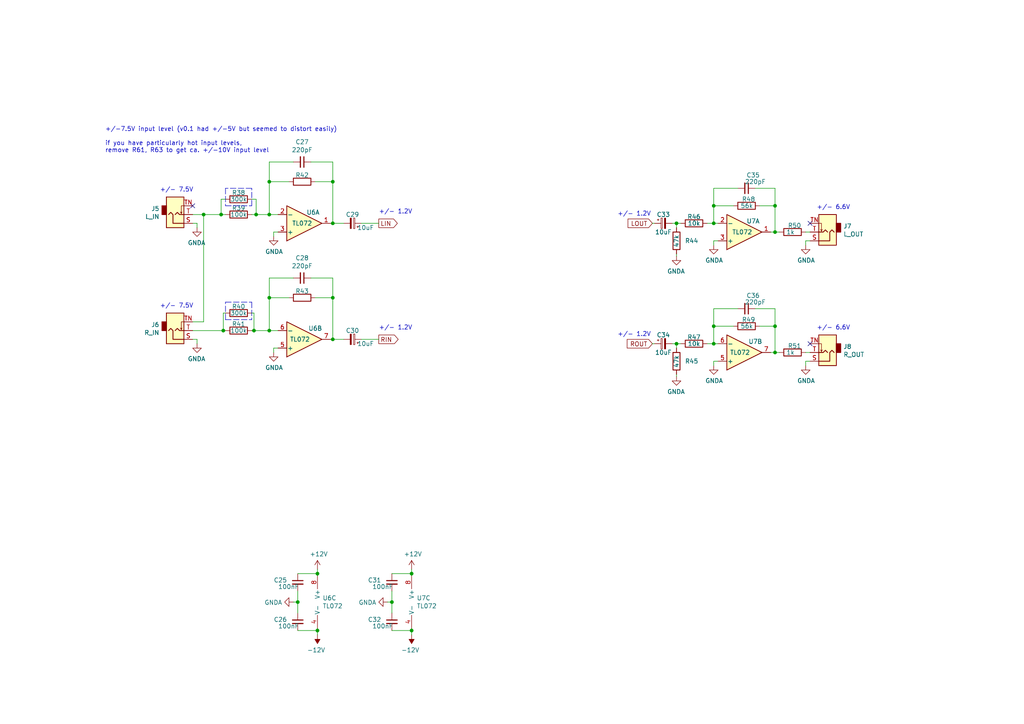
<source format=kicad_sch>
(kicad_sch (version 20211123) (generator eeschema)
  (paper "A4")
  (lib_symbols
    (symbol "Amplifier_Operational:TL072" (pin_names (offset 0.127))
      (property "Reference" "U" (at 0 5.08 0))
      (property "Value" "TL072" (at 0 -5.08 0))
      (symbol "TL072_1_1"
        (polyline (pts (xy -5.08 5.08) (xy 5.08 0) (xy -5.08 -5.08) (xy -5.08 5.08)) (stroke (width 0.254)) (fill (type background)))
        (pin output line (at 7.62 0 180) (length 2.54) (name "~") (number "1"))
        (pin input line (at -7.62 -2.54 0) (length 2.54) (name "-") (number "2"))
        (pin input line (at -7.62 2.54 0) (length 2.54) (name "+") (number "3"))
      )
      (symbol "TL072_2_1"
        (polyline (pts (xy -5.08 5.08) (xy 5.08 0) (xy -5.08 -5.08) (xy -5.08 5.08)) (stroke (width 0.254)) (fill (type background)))
        (pin input line (at -7.62 2.54 0) (length 2.54) (name "+") (number "5"))
        (pin input line (at -7.62 -2.54 0) (length 2.54) (name "-") (number "6"))
        (pin output line (at 7.62 0 180) (length 2.54) (name "~") (number "7"))
      )
      (symbol "TL072_3_1"
        (pin power_in line (at -2.54 -7.62 90) (length 3.81) (name "V-") (number "4"))
        (pin power_in line (at -2.54 7.62 270) (length 3.81) (name "V+") (number "8"))
      )
    )
    (symbol "Connector:AudioJack2_SwitchT"
      (property "Reference" "J" (at 0 8.89 0))
      (property "Value" "AudioJack2_SwitchT" (at 0 6.35 0))
      (symbol "AudioJack2_SwitchT_0_1"
        (rectangle (start -2.54 0) (end -3.81 -2.54) (stroke (width 0.254)) (fill (type outline)))
        (polyline (pts (xy 1.778 -0.254) (xy 2.032 -0.762)))
        (polyline (pts (xy 0 0) (xy 0.635 -0.635) (xy 1.27 0) (xy 2.54 0)) (stroke (width 0.254)))
        (polyline (pts (xy 2.54 -2.54) (xy 1.778 -2.54) (xy 1.778 -0.254) (xy 1.524 -0.762)))
        (polyline (pts (xy 2.54 2.54) (xy -0.635 2.54) (xy -0.635 0) (xy -1.27 -0.635) (xy -1.905 0)) (stroke (width 0.254)))
        (rectangle (start 2.54 3.81) (end -2.54 -5.08) (stroke (width 0.254)) (fill (type background)))
      )
      (symbol "AudioJack2_SwitchT_1_1"
        (pin passive line (at 5.08 2.54 180) (length 2.54) (name "~") (number "S"))
        (pin passive line (at 5.08 0 180) (length 2.54) (name "~") (number "T"))
        (pin passive line (at 5.08 -2.54 180) (length 2.54) (name "~") (number "TN"))
      )
    )
    (symbol "Device:C_Polarized_Small" (pin_numbers hide) (pin_names (offset 0.254) hide)
      (property "Reference" "C" (at 0.254 1.778 0))
      (property "Value" "C_Polarized_Small" (at 0.254 -2.032 0))
      (symbol "C_Polarized_Small_0_1"
        (rectangle (start -1.524 -0.3048) (end 1.524 -0.6858) (fill (type outline)))
        (rectangle (start -1.524 0.6858) (end 1.524 0.3048))
        (polyline (pts (xy -1.27 1.524) (xy -0.762 1.524)))
        (polyline (pts (xy -1.016 1.27) (xy -1.016 1.778)))
      )
      (symbol "C_Polarized_Small_1_1"
        (pin passive line (at 0 2.54 270) (length 1.8542) (name "~") (number "1"))
        (pin passive line (at 0 -2.54 90) (length 1.8542) (name "~") (number "2"))
      )
    )
    (symbol "Device:C_Small" (pin_numbers hide) (pin_names (offset 0.254) hide)
      (property "Reference" "C" (at 0.254 1.778 0))
      (property "Value" "C_Small" (at 0.254 -2.032 0))
      (symbol "C_Small_0_1"
        (polyline (pts (xy -1.524 -0.508) (xy 1.524 -0.508)) (stroke (width 0.3302)))
        (polyline (pts (xy -1.524 0.508) (xy 1.524 0.508)) (stroke (width 0.3048)))
      )
      (symbol "C_Small_1_1"
        (pin passive line (at 0 2.54 270) (length 2.032) (name "~") (number "1"))
        (pin passive line (at 0 -2.54 90) (length 2.032) (name "~") (number "2"))
      )
    )
    (symbol "Device:R" (pin_numbers hide) (pin_names (offset 0))
      (property "Reference" "R" (at 2.032 0 90))
      (property "Value" "R" (at 0 0 90))
      (symbol "R_0_1"
        (rectangle (start -1.016 -2.54) (end 1.016 2.54) (stroke (width 0.254)))
      )
      (symbol "R_1_1"
        (pin passive line (at 0 3.81 270) (length 1.27) (name "~") (number "1"))
        (pin passive line (at 0 -3.81 90) (length 1.27) (name "~") (number "2"))
      )
    )
    (symbol "power:+12V" (power) (pin_names (offset 0))
      (property "Value" "+12V" (at 0 3.556 0))
      (symbol "+12V_0_1"
        (polyline (pts (xy -0.762 1.27) (xy 0 2.54)))
        (polyline (pts (xy 0 0) (xy 0 2.54)))
        (polyline (pts (xy 0 2.54) (xy 0.762 1.27)))
      )
      (symbol "+12V_1_1"
        (pin power_in line (at 0 0 90) (length 0) hide (name "+12V") (number "1"))
      )
    )
    (symbol "power:-12V" (power) (pin_names (offset 0))
      (property "Value" "-12V" (at 0 3.81 0))
      (symbol "-12V_0_0"
        (pin power_in line (at 0 0 90) (length 0) hide (name "-12V") (number "1"))
      )
      (symbol "-12V_0_1"
        (polyline (pts (xy 0 0) (xy 0 1.27) (xy 0.762 1.27) (xy 0 2.54) (xy -0.762 1.27) (xy 0 1.27)) (fill (type outline)))
      )
    )
    (symbol "power:GNDA" (power) (pin_names (offset 0))
      (property "Value" "GNDA" (at 0 -3.81 0))
      (symbol "GNDA_0_1"
        (polyline (pts (xy 0 0) (xy 0 -1.27) (xy 1.27 -1.27) (xy 0 -2.54) (xy -1.27 -1.27) (xy 0 -1.27)))
      )
      (symbol "GNDA_1_1"
        (pin power_in line (at 0 0 270) (length 0) hide (name "GNDA") (number "1"))
      )
    )
  )
  (junction (at 78.105 86.36))
  (junction (at 196.215 99.695))
  (junction (at 78.105 62.23))
  (junction (at 96.52 52.705))
  (junction (at 207.01 94.615))
  (junction (at 96.52 64.77))
  (junction (at 73.66 95.885))
  (junction (at 96.52 98.425))
  (junction (at 224.79 67.31))
  (junction (at 119.38 166.37))
  (junction (at 74.295 62.23))
  (junction (at 78.105 95.885))
  (junction (at 96.52 86.36))
  (junction (at 113.665 174.625))
  (junction (at 207.01 59.69))
  (junction (at 64.135 62.23))
  (junction (at 59.055 62.23))
  (junction (at 119.38 182.88))
  (junction (at 196.215 64.77))
  (junction (at 64.77 95.885))
  (junction (at 207.01 99.695))
  (junction (at 92.075 182.88))
  (junction (at 207.01 64.77))
  (junction (at 86.36 174.625))
  (junction (at 224.79 102.235))
  (junction (at 224.79 94.615))
  (junction (at 224.79 59.69))
  (junction (at 92.075 166.37))
  (junction (at 78.105 52.705))
  (no_connect (at 55.88 59.69))
  (no_connect (at 234.95 99.695))
  (no_connect (at 234.95 64.77))
  (wire (pts (xy 233.68 69.85) (xy 234.95 69.85)))
  (wire (pts (xy 207.01 54.61) (xy 213.995 54.61)))
  (wire (pts (xy 92.075 182.245) (xy 92.075 182.88)))
  (wire (pts (xy 64.135 62.23) (xy 65.405 62.23)))
  (polyline (pts (xy 65.405 59.69) (xy 73.025 59.69)))
  (wire (pts (xy 95.885 64.77) (xy 96.52 64.77)))
  (wire (pts (xy 224.79 67.31) (xy 223.52 67.31)))
  (wire (pts (xy 57.15 99.695) (xy 57.15 98.425)))
  (wire (pts (xy 91.44 52.705) (xy 96.52 52.705)))
  (wire (pts (xy 119.38 182.88) (xy 113.665 182.88)))
  (wire (pts (xy 96.52 80.645) (xy 96.52 86.36)))
  (wire (pts (xy 78.105 62.23) (xy 74.295 62.23)))
  (polyline (pts (xy 65.405 54.61) (xy 65.405 59.69)))
  (wire (pts (xy 79.375 102.235) (xy 79.375 100.965)))
  (wire (pts (xy 207.01 64.77) (xy 205.105 64.77)))
  (wire (pts (xy 78.105 95.885) (xy 80.645 95.885)))
  (polyline (pts (xy 73.025 54.61) (xy 65.405 54.61)))
  (wire (pts (xy 92.075 165.1) (xy 92.075 166.37)))
  (wire (pts (xy 91.44 86.36) (xy 96.52 86.36)))
  (wire (pts (xy 78.105 80.645) (xy 78.105 86.36)))
  (wire (pts (xy 86.36 174.625) (xy 86.36 171.45)))
  (wire (pts (xy 78.105 86.36) (xy 78.105 95.885)))
  (wire (pts (xy 208.28 64.77) (xy 207.01 64.77)))
  (wire (pts (xy 109.855 64.77) (xy 104.775 64.77)))
  (wire (pts (xy 59.055 62.23) (xy 59.055 93.345)))
  (wire (pts (xy 85.09 174.625) (xy 86.36 174.625)))
  (wire (pts (xy 95.885 98.425) (xy 96.52 98.425)))
  (wire (pts (xy 197.485 64.77) (xy 196.215 64.77)))
  (wire (pts (xy 96.52 86.36) (xy 96.52 98.425)))
  (wire (pts (xy 196.215 64.77) (xy 196.215 66.04)))
  (wire (pts (xy 109.855 98.425) (xy 104.775 98.425)))
  (wire (pts (xy 224.79 89.535) (xy 224.79 94.615)))
  (wire (pts (xy 207.01 106.045) (xy 207.01 104.775)))
  (wire (pts (xy 65.405 90.805) (xy 64.77 90.805)))
  (wire (pts (xy 233.68 71.12) (xy 233.68 69.85)))
  (wire (pts (xy 119.38 184.15) (xy 119.38 182.88)))
  (wire (pts (xy 92.075 184.15) (xy 92.075 182.88)))
  (wire (pts (xy 119.38 182.245) (xy 119.38 182.88)))
  (wire (pts (xy 207.01 94.615) (xy 207.01 89.535)))
  (wire (pts (xy 78.105 52.705) (xy 78.105 62.23)))
  (wire (pts (xy 224.79 54.61) (xy 224.79 59.69)))
  (wire (pts (xy 196.215 73.66) (xy 196.215 74.295)))
  (wire (pts (xy 233.68 104.775) (xy 234.95 104.775)))
  (wire (pts (xy 57.15 64.77) (xy 55.88 64.77)))
  (polyline (pts (xy 73.025 59.69) (xy 73.025 54.61)))
  (wire (pts (xy 207.01 99.695) (xy 207.01 94.615)))
  (wire (pts (xy 79.375 67.31) (xy 80.645 67.31)))
  (wire (pts (xy 86.36 177.8) (xy 86.36 174.625)))
  (wire (pts (xy 207.01 69.85) (xy 208.28 69.85)))
  (wire (pts (xy 74.295 62.23) (xy 73.025 62.23)))
  (wire (pts (xy 224.79 94.615) (xy 224.79 102.235)))
  (wire (pts (xy 207.01 59.69) (xy 207.01 54.61)))
  (wire (pts (xy 78.105 46.99) (xy 85.09 46.99)))
  (wire (pts (xy 112.395 174.625) (xy 113.665 174.625)))
  (wire (pts (xy 73.66 95.885) (xy 73.025 95.885)))
  (wire (pts (xy 194.945 64.77) (xy 196.215 64.77)))
  (wire (pts (xy 207.01 89.535) (xy 213.995 89.535)))
  (wire (pts (xy 224.79 59.69) (xy 224.79 67.31)))
  (wire (pts (xy 113.665 166.37) (xy 119.38 166.37)))
  (wire (pts (xy 57.15 98.425) (xy 55.88 98.425)))
  (wire (pts (xy 207.01 59.69) (xy 212.725 59.69)))
  (wire (pts (xy 207.01 104.775) (xy 208.28 104.775)))
  (wire (pts (xy 73.025 57.785) (xy 74.295 57.785)))
  (wire (pts (xy 57.15 66.04) (xy 57.15 64.77)))
  (wire (pts (xy 73.025 90.805) (xy 73.66 90.805)))
  (wire (pts (xy 78.105 52.705) (xy 78.105 46.99)))
  (wire (pts (xy 78.105 62.23) (xy 80.645 62.23)))
  (wire (pts (xy 78.105 80.645) (xy 85.09 80.645)))
  (wire (pts (xy 224.79 102.235) (xy 226.06 102.235)))
  (wire (pts (xy 90.17 80.645) (xy 96.52 80.645)))
  (polyline (pts (xy 65.405 92.71) (xy 65.405 87.63)))
  (wire (pts (xy 86.36 166.37) (xy 92.075 166.37)))
  (wire (pts (xy 219.075 89.535) (xy 224.79 89.535)))
  (wire (pts (xy 96.52 46.99) (xy 96.52 52.705)))
  (wire (pts (xy 78.105 95.885) (xy 73.66 95.885)))
  (wire (pts (xy 189.865 99.695) (xy 189.23 99.695)))
  (wire (pts (xy 224.79 102.235) (xy 223.52 102.235)))
  (wire (pts (xy 59.055 62.23) (xy 64.135 62.23)))
  (wire (pts (xy 207.01 71.12) (xy 207.01 69.85)))
  (wire (pts (xy 74.295 57.785) (xy 74.295 62.23)))
  (polyline (pts (xy 73.025 87.63) (xy 73.025 92.71)))
  (wire (pts (xy 196.215 108.585) (xy 196.215 109.22)))
  (wire (pts (xy 55.88 95.885) (xy 64.77 95.885)))
  (wire (pts (xy 207.01 64.77) (xy 207.01 59.69)))
  (polyline (pts (xy 65.405 87.63) (xy 73.025 87.63)))
  (wire (pts (xy 90.17 46.99) (xy 96.52 46.99)))
  (wire (pts (xy 194.945 99.695) (xy 196.215 99.695)))
  (wire (pts (xy 92.075 166.37) (xy 92.075 167.005)))
  (wire (pts (xy 189.865 64.77) (xy 189.23 64.77)))
  (wire (pts (xy 83.82 52.705) (xy 78.105 52.705)))
  (wire (pts (xy 197.485 99.695) (xy 196.215 99.695)))
  (wire (pts (xy 92.075 182.88) (xy 86.36 182.88)))
  (wire (pts (xy 196.215 99.695) (xy 196.215 100.965)))
  (wire (pts (xy 220.345 59.69) (xy 224.79 59.69)))
  (wire (pts (xy 99.695 98.425) (xy 96.52 98.425)))
  (wire (pts (xy 79.375 68.58) (xy 79.375 67.31)))
  (wire (pts (xy 64.77 90.805) (xy 64.77 95.885)))
  (wire (pts (xy 99.695 64.77) (xy 96.52 64.77)))
  (wire (pts (xy 224.79 67.31) (xy 226.06 67.31)))
  (wire (pts (xy 64.77 95.885) (xy 65.405 95.885)))
  (wire (pts (xy 220.345 94.615) (xy 224.79 94.615)))
  (wire (pts (xy 64.135 57.785) (xy 64.135 62.23)))
  (wire (pts (xy 233.68 106.045) (xy 233.68 104.775)))
  (wire (pts (xy 79.375 100.965) (xy 80.645 100.965)))
  (wire (pts (xy 233.68 102.235) (xy 234.95 102.235)))
  (wire (pts (xy 119.38 165.1) (xy 119.38 166.37)))
  (wire (pts (xy 219.075 54.61) (xy 224.79 54.61)))
  (wire (pts (xy 65.405 57.785) (xy 64.135 57.785)))
  (wire (pts (xy 119.38 166.37) (xy 119.38 167.005)))
  (wire (pts (xy 59.055 93.345) (xy 55.88 93.345)))
  (wire (pts (xy 83.82 86.36) (xy 78.105 86.36)))
  (wire (pts (xy 233.68 67.31) (xy 234.95 67.31)))
  (wire (pts (xy 113.665 177.8) (xy 113.665 174.625)))
  (wire (pts (xy 55.88 62.23) (xy 59.055 62.23)))
  (wire (pts (xy 207.01 94.615) (xy 212.725 94.615)))
  (wire (pts (xy 113.665 174.625) (xy 113.665 171.45)))
  (polyline (pts (xy 65.405 92.71) (xy 73.025 92.71)))
  (wire (pts (xy 73.66 90.805) (xy 73.66 95.885)))
  (wire (pts (xy 207.01 99.695) (xy 205.105 99.695)))
  (wire (pts (xy 96.52 52.705) (xy 96.52 64.77)))
  (wire (pts (xy 208.28 99.695) (xy 207.01 99.695)))
  (text "+/- 7.5V" (at 46.355 55.88 0) (effects (font (size 1.27 1.27)) (justify left bottom)))
  (text "+/-7.5V input level (v0.1 had +/-5V but seemed to distort easily)\n\nif you have particularly hot input levels,\nremove R61, R63 to get ca. +/-10V input level" (at 30.48 44.45 0) (effects (font (size 1.27 1.27)) (justify left bottom)))
  (text "+/- 1.2V" (at 179.07 97.79 0) (effects (font (size 1.27 1.27)) (justify left bottom)))
  (text "+/- 1.2V" (at 179.07 62.865 0) (effects (font (size 1.27 1.27)) (justify left bottom)))
  (text "+/- 7.5V" (at 46.355 89.535 0) (effects (font (size 1.27 1.27)) (justify left bottom)))
  (text "+/- 6.6V" (at 236.855 95.885 0) (effects (font (size 1.27 1.27)) (justify left bottom)))
  (text "+/- 1.2V" (at 109.855 62.23 0) (effects (font (size 1.27 1.27)) (justify left bottom)))
  (text "+/- 6.6V" (at 236.855 60.96 0) (effects (font (size 1.27 1.27)) (justify left bottom)))
  (text "+/- 1.2V" (at 109.855 95.885 0) (effects (font (size 1.27 1.27)) (justify left bottom)))
  (global_label "RIN" (shape output) (at 109.855 98.425 0) (property "Intersheet References" "${INTERSHEET_REFS}" (effects hide)))
  (global_label "LIN" (shape output) (at 109.855 64.77 0) (property "Intersheet References" "${INTERSHEET_REFS}" (effects hide)))
  (global_label "LOUT" (shape input) (at 189.23 64.77 180) (property "Intersheet References" "${INTERSHEET_REFS}" (effects hide)))
  (global_label "ROUT" (shape input) (at 189.23 99.695 180) (property "Intersheet References" "${INTERSHEET_REFS}" (effects hide)))
  (symbol (lib_id "Amplifier_Operational:TL072") (at 88.265 98.425 0) (mirror x) (unit 2)
    (property "Reference" "U6" (at 91.44 95.25 0))
    (property "Value" "TL072" (at 86.995 98.425 0))
    (property "Datasheet" "http://www.ti.com/lit/ds/symlink/tl071.pdf" (effects hide))
    (property "LCSC" "C6961" (effects hide))
  )
  (symbol (lib_id "Device:R") (at 69.215 90.805 90) (mirror x) (unit 1)
    (property "Reference" "R40" (at 69.215 88.9 90))
    (property "Value" "300k" (at 69.215 90.805 90))
    (property "LCSC" "C25803" (effects hide))
  )
  (symbol (lib_id "Device:R") (at 69.215 57.785 90) (mirror x) (unit 1)
    (property "Reference" "R38" (at 69.215 55.88 90))
    (property "Value" "300k" (at 69.215 57.785 90))
    (property "LCSC" "C25803" (effects hide))
  )
  (symbol (lib_id "Device:C_Small") (at 87.63 46.99 270) (unit 1)
    (property "Reference" "C27" (at 87.63 41.1734 90))
    (property "Value" "220pF" (at 87.63 43.4848 90))
    (property "LCSC" "C1603" (effects hide))
  )
  (symbol (lib_id "Device:C_Small") (at 87.63 80.645 270) (unit 1)
    (property "Reference" "C28" (at 87.63 74.8284 90))
    (property "Value" "220pF" (at 87.63 77.1398 90))
    (property "LCSC" "C1603" (effects hide))
  )
  (symbol (lib_id "Amplifier_Operational:TL072") (at 94.615 174.625 0) (unit 3)
    (property "Reference" "U6" (at 93.5482 173.4566 0) (effects (justify left)))
    (property "Value" "TL072" (at 93.5482 175.768 0) (effects (justify left)))
    (property "Datasheet" "http://www.ti.com/lit/ds/symlink/tl071.pdf" (effects hide))
    (property "LCSC" "C6961" (effects hide))
  )
  (symbol (lib_id "Device:C_Small") (at 86.36 168.91 0) (unit 1)
    (property "Reference" "C25" (at 79.375 168.275 0) (effects (justify left)))
    (property "Value" "100nF" (at 80.645 170.18 0) (effects (justify left)))
    (property "LCSC" "C14663" (effects hide))
  )
  (symbol (lib_id "power:+12V") (at 92.075 165.1 0) (unit 1)
    (property "Reference" "#PWR065" (effects hide))
    (property "Value" "+12V" (at 92.456 160.7058 0))
  )
  (symbol (lib_id "power:-12V") (at 92.075 184.15 180) (unit 1)
    (property "Reference" "#PWR066" (effects hide))
    (property "Value" "-12V" (at 91.694 188.5442 0))
  )
  (symbol (lib_id "Amplifier_Operational:TL072") (at 121.92 174.625 0) (unit 3)
    (property "Reference" "U7" (at 120.8532 173.4566 0) (effects (justify left)))
    (property "Value" "TL072" (at 120.8532 175.768 0) (effects (justify left)))
    (property "Datasheet" "http://www.ti.com/lit/ds/symlink/tl071.pdf" (effects hide))
    (property "LCSC" "C6961" (effects hide))
  )
  (symbol (lib_id "Device:C_Small") (at 86.36 180.34 0) (unit 1)
    (property "Reference" "C26" (at 79.375 179.705 0) (effects (justify left)))
    (property "Value" "100nF" (at 80.645 181.61 0) (effects (justify left)))
    (property "LCSC" "C14663" (effects hide))
  )
  (symbol (lib_id "power:+12V") (at 119.38 165.1 0) (unit 1)
    (property "Reference" "#PWR068" (effects hide))
    (property "Value" "+12V" (at 119.761 160.7058 0))
  )
  (symbol (lib_id "power:-12V") (at 119.38 184.15 180) (unit 1)
    (property "Reference" "#PWR069" (effects hide))
    (property "Value" "-12V" (at 118.999 188.5442 0))
  )
  (symbol (lib_id "power:GNDA") (at 85.09 174.625 270) (unit 1)
    (property "Reference" "#PWR064" (effects hide))
    (property "Value" "GNDA" (at 81.8642 174.752 90) (effects (justify right)))
  )
  (symbol (lib_id "Device:C_Small") (at 113.665 168.91 0) (unit 1)
    (property "Reference" "C31" (at 106.68 168.275 0) (effects (justify left)))
    (property "Value" "100nF" (at 107.95 170.18 0) (effects (justify left)))
    (property "LCSC" "C14663" (effects hide))
  )
  (symbol (lib_id "Device:C_Small") (at 113.665 180.34 0) (unit 1)
    (property "Reference" "C32" (at 106.68 179.705 0) (effects (justify left)))
    (property "Value" "100nF" (at 107.95 181.61 0) (effects (justify left)))
    (property "LCSC" "C14663" (effects hide))
  )
  (symbol (lib_id "power:GNDA") (at 112.395 174.625 270) (unit 1)
    (property "Reference" "#PWR067" (effects hide))
    (property "Value" "GNDA" (at 109.1692 174.752 90) (effects (justify right)))
  )
  (symbol (lib_id "Device:C_Polarized_Small") (at 102.235 64.77 270) (mirror x) (unit 1)
    (property "Reference" "C29" (at 102.235 62.23 90))
    (property "Value" "10uF" (at 106.045 66.04 90))
    (property "Footprint" "Capacitor_SMD:CP_Elec_4x5.4" (effects hide))
    (property "LCSC" "C249817" (effects hide))
  )
  (symbol (lib_id "power:GNDA") (at 196.215 74.295 0) (mirror y) (unit 1)
    (property "Reference" "#PWR070" (effects hide))
    (property "Value" "GNDA" (at 196.088 78.6892 0))
  )
  (symbol (lib_id "Device:R") (at 196.215 69.85 0) (mirror y) (unit 1)
    (property "Reference" "R44" (at 202.565 69.85 0) (effects (justify left)))
    (property "Value" "47k" (at 196.215 71.755 90) (effects (justify left)))
    (property "LCSC" "C25819" (effects hide))
  )
  (symbol (lib_id "Device:C_Polarized_Small") (at 192.405 64.77 90) (mirror x) (unit 1)
    (property "Reference" "C33" (at 192.405 62.23 90))
    (property "Value" "10uF" (at 192.405 67.31 90))
    (property "Footprint" "Capacitor_SMD:CP_Elec_4x5.4" (effects hide))
    (property "LCSC" "C249817" (effects hide))
  )
  (symbol (lib_id "Device:R") (at 201.295 64.77 90) (mirror x) (unit 1)
    (property "Reference" "R46" (at 201.295 62.865 90))
    (property "Value" "10k" (at 201.295 64.77 90))
    (property "LCSC" "C25804" (effects hide))
  )
  (symbol (lib_id "Amplifier_Operational:TL072") (at 215.9 67.31 0) (mirror x) (unit 1)
    (property "Reference" "U7" (at 218.44 64.135 0))
    (property "Value" "TL072" (at 215.265 67.31 0))
    (property "Datasheet" "http://www.ti.com/lit/ds/symlink/tl071.pdf" (effects hide))
    (property "LCSC" "C6961" (effects hide))
  )
  (symbol (lib_id "Device:R") (at 216.535 59.69 90) (mirror x) (unit 1)
    (property "Reference" "R48" (at 219.075 57.785 90) (effects (justify left)))
    (property "Value" "56k" (at 218.44 59.69 90) (effects (justify left)))
    (property "LCSC" "C23206" (effects hide))
  )
  (symbol (lib_id "power:GNDA") (at 207.01 71.12 0) (unit 1)
    (property "Reference" "#PWR072" (effects hide))
    (property "Value" "GNDA" (at 207.137 75.5142 0))
  )
  (symbol (lib_id "Device:R") (at 229.87 67.31 90) (mirror x) (unit 1)
    (property "Reference" "R50" (at 232.41 65.405 90) (effects (justify left)))
    (property "Value" "1k" (at 230.505 67.31 90) (effects (justify left)))
    (property "LCSC" "C21190" (effects hide))
  )
  (symbol (lib_id "Device:C_Small") (at 216.535 54.61 270) (unit 1)
    (property "Reference" "C35" (at 218.44 50.8 90))
    (property "Value" "220pF" (at 219.075 52.705 90))
    (property "LCSC" "C1603" (effects hide))
  )
  (symbol (lib_id "power:GNDA") (at 233.68 71.12 0) (unit 1)
    (property "Reference" "#PWR074" (effects hide))
    (property "Value" "GNDA" (at 233.807 75.5142 0))
  )
  (symbol (lib_id "Connector:AudioJack2_SwitchT") (at 240.03 67.31 180) (unit 1)
    (property "Reference" "J7" (at 244.602 65.6082 0) (effects (justify right)))
    (property "Value" "L_OUT" (at 244.602 67.9196 0) (effects (justify right)))
    (property "Footprint" "foots:WQP-PJ301M" (effects hide))
    (property "LCSC" "-" (effects hide))
  )
  (symbol (lib_id "power:GNDA") (at 196.215 109.22 0) (mirror y) (unit 1)
    (property "Reference" "#PWR071" (effects hide))
    (property "Value" "GNDA" (at 196.088 113.6142 0))
  )
  (symbol (lib_id "Device:R") (at 196.215 104.775 0) (mirror y) (unit 1)
    (property "Reference" "R45" (at 202.565 104.775 0) (effects (justify left)))
    (property "Value" "47k" (at 196.215 106.68 90) (effects (justify left)))
    (property "LCSC" "C25819" (effects hide))
  )
  (symbol (lib_id "Device:C_Polarized_Small") (at 192.405 99.695 90) (mirror x) (unit 1)
    (property "Reference" "C34" (at 192.405 97.155 90))
    (property "Value" "10uF" (at 192.405 102.235 90))
    (property "Footprint" "Capacitor_SMD:CP_Elec_4x5.4" (effects hide))
    (property "LCSC" "C249817" (effects hide))
  )
  (symbol (lib_id "Device:R") (at 201.295 99.695 90) (mirror x) (unit 1)
    (property "Reference" "R47" (at 201.295 97.79 90))
    (property "Value" "10k" (at 201.295 99.695 90))
    (property "LCSC" "C25804" (effects hide))
  )
  (symbol (lib_id "Device:R") (at 216.535 94.615 90) (mirror x) (unit 1)
    (property "Reference" "R49" (at 219.075 92.71 90) (effects (justify left)))
    (property "Value" "56k" (at 218.44 94.615 90) (effects (justify left)))
    (property "LCSC" "C23206" (effects hide))
  )
  (symbol (lib_id "power:GNDA") (at 207.01 106.045 0) (unit 1)
    (property "Reference" "#PWR073" (effects hide))
    (property "Value" "GNDA" (at 207.137 110.4392 0))
  )
  (symbol (lib_id "Device:R") (at 229.87 102.235 90) (mirror x) (unit 1)
    (property "Reference" "R51" (at 232.41 100.33 90) (effects (justify left)))
    (property "Value" "1k" (at 230.505 102.235 90) (effects (justify left)))
    (property "LCSC" "C21190" (effects hide))
  )
  (symbol (lib_id "Device:C_Small") (at 216.535 89.535 270) (unit 1)
    (property "Reference" "C36" (at 218.44 85.725 90))
    (property "Value" "220pF" (at 219.075 87.63 90))
    (property "LCSC" "C1603" (effects hide))
  )
  (symbol (lib_id "power:GNDA") (at 233.68 106.045 0) (unit 1)
    (property "Reference" "#PWR075" (effects hide))
    (property "Value" "GNDA" (at 233.807 110.4392 0))
  )
  (symbol (lib_id "Connector:AudioJack2_SwitchT") (at 240.03 102.235 180) (unit 1)
    (property "Reference" "J8" (at 244.602 100.5332 0) (effects (justify right)))
    (property "Value" "R_OUT" (at 244.602 102.8446 0) (effects (justify right)))
    (property "Footprint" "foots:WQP-PJ301M" (effects hide))
    (property "LCSC" "-" (effects hide))
  )
  (symbol (lib_id "Amplifier_Operational:TL072") (at 215.9 102.235 0) (mirror x) (unit 2)
    (property "Reference" "U7" (at 219.075 99.06 0))
    (property "Value" "TL072" (at 214.63 102.235 0))
    (property "Datasheet" "http://www.ti.com/lit/ds/symlink/tl071.pdf" (effects hide))
    (property "LCSC" "C6961" (effects hide))
  )
  (symbol (lib_id "power:GNDA") (at 57.15 66.04 0) (mirror y) (unit 1)
    (property "Reference" "#PWR060" (effects hide))
    (property "Value" "GNDA" (at 57.023 70.4342 0))
  )
  (symbol (lib_id "Connector:AudioJack2_SwitchT") (at 50.8 62.23 0) (mirror x) (unit 1)
    (property "Reference" "J5" (at 46.2534 60.5282 0) (effects (justify right)))
    (property "Value" "L_IN" (at 46.2534 62.8396 0) (effects (justify right)))
    (property "Footprint" "foots:WQP-PJ301M" (effects hide))
    (property "LCSC" "-" (effects hide))
  )
  (symbol (lib_id "Device:R") (at 69.215 62.23 90) (mirror x) (unit 1)
    (property "Reference" "R39" (at 69.215 60.325 90))
    (property "Value" "100k" (at 69.215 62.23 90))
    (property "LCSC" "C25803" (effects hide))
  )
  (symbol (lib_id "Device:R") (at 87.63 52.705 90) (mirror x) (unit 1)
    (property "Reference" "R42" (at 87.63 50.8 90))
    (property "LCSC" "C25804" (effects hide))
  )
  (symbol (lib_id "Amplifier_Operational:TL072") (at 88.265 64.77 0) (mirror x) (unit 1)
    (property "Reference" "U6" (at 90.805 61.595 0))
    (property "Value" "TL072" (at 87.63 64.77 0))
    (property "Datasheet" "http://www.ti.com/lit/ds/symlink/tl071.pdf" (effects hide))
    (property "LCSC" "C6961" (effects hide))
  )
  (symbol (lib_id "power:GNDA") (at 79.375 68.58 0) (unit 1)
    (property "Reference" "#PWR062" (effects hide))
    (property "Value" "GNDA" (at 79.502 72.9742 0))
  )
  (symbol (lib_id "Device:C_Polarized_Small") (at 102.235 98.425 270) (mirror x) (unit 1)
    (property "Reference" "C30" (at 102.235 95.885 90))
    (property "Value" "10uF" (at 106.045 99.695 90))
    (property "Footprint" "Capacitor_SMD:CP_Elec_4x5.4" (effects hide))
    (property "LCSC" "C249817" (effects hide))
  )
  (symbol (lib_id "power:GNDA") (at 57.15 99.695 0) (mirror y) (unit 1)
    (property "Reference" "#PWR061" (effects hide))
    (property "Value" "GNDA" (at 57.023 104.0892 0))
  )
  (symbol (lib_id "Connector:AudioJack2_SwitchT") (at 50.8 95.885 0) (mirror x) (unit 1)
    (property "Reference" "J6" (at 46.228 94.1832 0) (effects (justify right)))
    (property "Value" "R_IN" (at 46.228 96.4946 0) (effects (justify right)))
    (property "Footprint" "foots:WQP-PJ301M" (effects hide))
    (property "LCSC" "-" (effects hide))
  )
  (symbol (lib_id "Device:R") (at 69.215 95.885 90) (mirror x) (unit 1)
    (property "Reference" "R41" (at 69.215 93.98 90))
    (property "Value" "100k" (at 69.215 95.885 90))
    (property "LCSC" "C25803" (effects hide))
  )
  (symbol (lib_id "Device:R") (at 87.63 86.36 90) (mirror x) (unit 1)
    (property "Reference" "R43" (at 87.63 84.455 90))
    (property "LCSC" "C25804" (effects hide))
  )
  (symbol (lib_id "power:GNDA") (at 79.375 102.235 0) (unit 1)
    (property "Reference" "#PWR063" (effects hide))
    (property "Value" "GNDA" (at 79.502 106.6292 0))
  )
)
</source>
